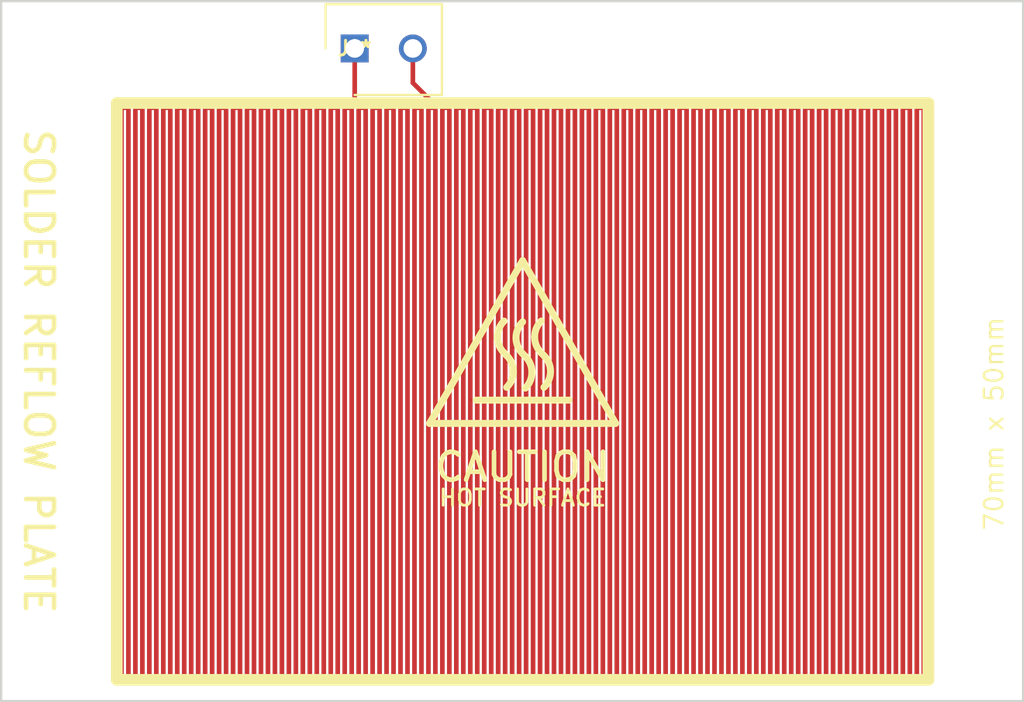
<source format=kicad_pcb>
(kicad_pcb (version 20211014) (generator pcbnew)
  (layers (0 "F.Cu" signal) (31 "B.Cu" signal) (34 "B.Paste" user) (35 "F.Paste" user) (36 "B.SilkS" user "B.Silkscreen") (37 "F.SilkS" user "F.Silkscreen") (38 "B.Mask" user) (39 "F.Mask" user) (44 "Edge.Cuts" user))
  (net 0 "")
  (footprint "AutoGenerated:MountingHole_3.20mm" (layer "F.Cu") (at 91.898 142.803)
    (fp_text reference "" (at 0 0) (layer "F.SilkS") (effects (font (size 1.27 1.27))))
    (fp_text value "" (at 0 0) (layer "F.SilkS") (effects (font (size 1.27 1.27))))
    (pad "" np_thru_hole circle locked (at 0 0) (size 3.2 3.2) (drill 3.2) (layers *.Cu *.Mask))
  )
  (footprint "AutoGenerated:MountingHole_3.20mm" (layer "F.Cu") (at 11.898 90.551)
    (fp_text reference "" (at 0 0) (layer "F.SilkS") (effects (font (size 1.27 1.27))))
    (fp_text value "" (at 0 0) (layer "F.SilkS") (effects (font (size 1.27 1.27))))
    (pad "" np_thru_hole circle locked (at 0 0) (size 3.2 3.2) (drill 3.2) (layers *.Cu *.Mask))
  )
  (footprint "AutoGenerated:MountingHole_3.20mm" (layer "F.Cu") (at 91.898 90.551)
    (fp_text reference "" (at 0 0) (layer "F.SilkS") (effects (font (size 1.27 1.27))))
    (fp_text value "" (at 0 0) (layer "F.SilkS") (effects (font (size 1.27 1.27))))
    (pad "" np_thru_hole circle locked (at 0 0) (size 3.2 3.2) (drill 3.2) (layers *.Cu *.Mask))
  )
  (footprint "library_manager:SHDR2W100P0X500_1X2_1000X780X1030P" (layer "F.Cu") (at 38.0238 90.424)
    (fp_text reference "J**" (at 0 0) (layer "F.SilkS") (effects (font (size 1.27 1.27) (thickness 0.254))))
    (fp_text value "SHDR2W100P0X500_1X2_1000X780X1030P" hide)
    (fp_line (start -2.5 -3.8) (end -2.5 0) (layer "F.SilkS") (width 0.2))
    (fp_line (start 0 4) (end 7.5 4) (layer "F.SilkS") (width 0.2))
    (fp_line (start 7.5 -3.8) (end -2.5 -3.8) (layer "F.SilkS") (width 0.2))
    (fp_line (start 7.5 4) (end 7.5 -3.8) (layer "F.SilkS") (width 0.2))
    (pad "1" thru_hole rect locked (at 0 0) (size 2.4 2.4) (drill 1.6) (layers *.Cu *.Mask))
    (pad "2" thru_hole circle locked (at 5 0) (size 2.4 2.4) (drill 1.6) (layers *.Cu *.Mask))
  )
  (footprint "AutoGenerated:MountingHole_3.20mm" (layer "F.Cu") (at 11.898 142.803)
    (fp_text reference "" (at 0 0) (layer "F.SilkS") (effects (font (size 1.27 1.27))))
    (fp_text value "" (at 0 0) (layer "F.SilkS") (effects (font (size 1.27 1.27))))
    (pad "" np_thru_hole circle locked (at 0 0) (size 3.2 3.2) (drill 3.2) (layers *.Cu *.Mask))
  )
  (gr_line (start 87.3632 144.7216) (end 87.3632 95.1216) (layer "F.SilkS") (width 1))
  (gr_arc (start 53.2632 118.2716) (mid 53.116211 119.010562) (end 52.697623 119.637023) (layer "F.SilkS") (width 0.6))
  (gr_line (start 44.4632 122.6716) (end 60.4632 122.6716) (layer "F.SilkS") (width 0.6))
  (gr_arc (start 50.8632 116.6026) (mid 50.444818 115.97595) (end 50.298091 115.236893) (layer "F.SilkS") (width 0.6))
  (gr_arc (start 52.6972 116.9056) (mid 53.116041 117.531944) (end 53.263309 118.270893) (layer "F.SilkS") (width 0.6))
  (gr_arc (start 51.0972 116.8376) (mid 51.515658 117.463867) (end 51.662602 118.2026) (layer "F.SilkS") (width 0.6))
  (gr_arc (start 52.4632 116.6716) (mid 52.044435 116.044874) (end 51.897384 115.3056) (layer "F.SilkS") (width 0.6))
  (gr_arc (start 54.2972 116.8376) (mid 54.715658 117.463867) (end 54.862602 118.2026) (layer "F.SilkS") (width 0.6))
  (gr_arc (start 50.2972 115.2376) (mid 50.444265 114.498256) (end 50.86307 113.87147) (layer "F.SilkS") (width 0.6))
  (gr_line (start 50.8632 116.6026) (end 51.0972 116.8376) (layer "F.SilkS") (width 0.6))
  (gr_line (start 87.3632 144.7216) (end 17.5632 144.7216) (layer "F.SilkS") (width 1))
  (gr_arc (start 51.8972 115.3056) (mid 52.044265 114.566256) (end 52.46307 113.93947) (layer "F.SilkS") (width 0.6))
  (gr_line (start 54.0632 116.6026) (end 54.2972 116.8376) (layer "F.SilkS") (width 0.6))
  (gr_line (start 52.4632 108.6716) (end 60.4632 122.6716) (layer "F.SilkS") (width 0.6))
  (gr_line (start 44.4632 122.6716) (end 52.4632 108.6716) (layer "F.SilkS") (width 0.6))
  (gr_arc (start 54.8632 118.2026) (mid 54.716211 118.941562) (end 54.297623 119.568023) (layer "F.SilkS") (width 0.6))
  (gr_arc (start 51.6632 118.2026) (mid 51.516211 118.941562) (end 51.097623 119.568023) (layer "F.SilkS") (width 0.6))
  (gr_line (start 17.5632 95.1216) (end 87.3632 95.1216) (layer "F.SilkS") (width 1))
  (gr_line (start 52.4632 116.6716) (end 52.6972 116.9056) (layer "F.SilkS") (width 0.6))
  (gr_arc (start 54.0632 116.6026) (mid 53.644818 115.97595) (end 53.498091 115.236893) (layer "F.SilkS") (width 0.6))
  (gr_line (start 17.5632 95.1216) (end 17.5632 144.7216) (layer "F.SilkS") (width 1))
  (gr_line (start 48.4632 120.6716) (end 56.4632 120.6716) (layer "F.SilkS") (width 0.6))
  (gr_arc (start 53.4972 115.2376) (mid 53.644265 114.498256) (end 54.06307 113.87147) (layer "F.SilkS") (width 0.6))
  (gr_rect (start 7.62 86.36) (end 95.504 146.558) (layer "Edge.Cuts") (width 0.2) (fill none))
  (gr_text "CAUTION" (at 52.4632 126.4216) (layer "F.SilkS") (effects (font (size 2.4 2.4) (thickness 0.4))))
  (gr_text "HOT SURFACE" (at 52.4632 129.0716) (layer "F.SilkS") (effects (font (size 1.4 1.4) (thickness 0.24))))
  (gr_text "70mm x 50mm" (at 92.998 132.003 90) (layer "F.SilkS") (effects (font (size 1.6 1.6) (thickness 0.2)) (justify left)))
  (gr_text "SOLDER REFLOW PLATE" (at 10.853 97.142 -90) (layer "F.SilkS") (effects (font (size 2.4 2.4) (thickness 0.4)) (justify left)))
  (segment (start 66.5632 144.9216) (end 66.5632 95.5216) (width 0.4) (layer "F.Cu") (net 0))
  (segment (start 64.7632 95.5216) (end 64.7632 144.9216) (width 0.4) (layer "F.Cu") (net 0))
  (segment (start 63.5632 144.9216) (end 62.9632 144.9216) (width 0.4) (layer "F.Cu") (net 0))
  (segment (start 26.3632 95.5216) (end 26.3632 144.9216) (width 0.4) (layer "F.Cu") (net 0))
  (segment (start 23.9632 144.9216) (end 23.3632 144.9216) (width 0.4) (layer "F.Cu") (net 0))
  (segment (start 20.3632 95.5216) (end 20.3632 144.9216) (width 0.4) (layer "F.Cu") (net 0))
  (segment (start 39.5632 144.9216) (end 38.9632 144.9216) (width 0.4) (layer "F.Cu") (net 0))
  (segment (start 64.1632 95.5216) (end 63.5632 95.5216) (width 0.4) (layer "F.Cu") (net 0))
  (segment (start 43.0238 93.3822) (end 44.5632 94.9216) (width 0.4) (layer "F.Cu") (net 0))
  (segment (start 81.5632 95.5216) (end 81.5632 144.9216) (width 0.4) (layer "F.Cu") (net 0))
  (segment (start 83.9632 95.5216) (end 83.9632 144.9216) (width 0.4) (layer "F.Cu") (net 0))
  (segment (start 44.9632 95.5216) (end 44.3632 95.5216) (width 0.4) (layer "F.Cu") (net 0))
  (segment (start 53.9632 144.9216) (end 53.3632 144.9216) (width 0.4) (layer "F.Cu") (net 0))
  (segment (start 62.3632 144.9216) (end 61.7632 144.9216) (width 0.4) (layer "F.Cu") (net 0))
  (segment (start 68.9632 95.5216) (end 68.3632 95.5216) (width 0.4) (layer "F.Cu") (net 0))
  (segment (start 71.3632 144.9216) (end 71.3632 95.5216) (width 0.4) (layer "F.Cu") (net 0))
  (segment (start 77.9632 95.5216) (end 77.9632 144.9216) (width 0.4) (layer "F.Cu") (net 0))
  (segment (start 19.1632 144.9216) (end 18.5632 144.9216) (width 0.4) (layer "F.Cu") (net 0))
  (segment (start 52.1632 144.9216) (end 52.1632 95.5216) (width 0.4) (layer "F.Cu") (net 0))
  (segment (start 74.9632 144.9216) (end 74.9632 95.5216) (width 0.4) (layer "F.Cu") (net 0))
  (segment (start 26.3632 144.9216) (end 25.7632 144.9216) (width 0.4) (layer "F.Cu") (net 0))
  (segment (start 19.1632 95.5216) (end 19.1632 144.9216) (width 0.4) (layer "F.Cu") (net 0))
  (segment (start 65.3632 144.9216) (end 65.3632 95.5216) (width 0.4) (layer "F.Cu") (net 0))
  (segment (start 62.9632 95.5216) (end 62.3632 95.5216) (width 0.4) (layer "F.Cu") (net 0))
  (segment (start 68.3632 95.5216) (end 68.3632 144.9216) (width 0.4) (layer "F.Cu") (net 0))
  (segment (start 80.3632 144.9216) (end 79.7632 144.9216) (width 0.4) (layer "F.Cu") (net 0))
  (segment (start 76.7632 95.5216) (end 76.7632 144.9216) (width 0.4) (layer "F.Cu") (net 0))
  (segment (start 68.9632 144.9216) (end 68.9632 95.5216) (width 0.4) (layer "F.Cu") (net 0))
  (segment (start 67.1632 144.9216) (end 66.5632 144.9216) (width 0.4) (layer "F.Cu") (net 0))
  (segment (start 56.3632 95.5216) (end 56.3632 144.9216) (width 0.4) (layer "F.Cu") (net 0))
  (segment (start 43.7632 95.5216) (end 43.1632 95.5216) (width 0.4) (layer "F.Cu") (net 0))
  (segment (start 41.9632 95.5216) (end 41.9632 144.9216) (width 0.4) (layer "F.Cu") (net 0))
  (segment (start 73.1632 144.9216) (end 72.5632 144.9216) (width 0.4) (layer "F.Cu") (net 0))
  (segment (start 76.1632 95.5216) (end 75.5632 95.5216) (width 0.4) (layer "F.Cu") (net 0))
  (segment (start 77.3632 144.9216) (end 77.3632 95.5216) (width 0.4) (layer "F.Cu") (net 0))
  (segment (start 70.1632 144.9216) (end 70.1632 95.5216) (width 0.4) (layer "F.Cu") (net 0))
  (segment (start 82.1632 144.9216) (end 82.1632 95.5216) (width 0.4) (layer "F.Cu") (net 0))
  (segment (start 72.5632 144.9216) (end 72.5632 95.5216) (width 0.4) (layer "F.Cu") (net 0))
  (segment (start 40.1632 95.5216) (end 39.5632 95.5216) (width 0.4) (layer "F.Cu") (net 0))
  (segment (start 73.7632 95.5216) (end 73.1632 95.5216) (width 0.4) (layer "F.Cu") (net 0))
  (segment (start 77.3632 95.5216) (end 76.7632 95.5216) (width 0.4) (layer "F.Cu") (net 0))
  (segment (start 48.5632 144.9216) (end 48.5632 95.5216) (width 0.4) (layer "F.Cu") (net 0))
  (segment (start 67.1632 95.5216) (end 67.1632 144.9216) (width 0.4) (layer "F.Cu") (net 0))
  (segment (start 22.7632 95.5216) (end 22.7632 144.9216) (width 0.4) (layer "F.Cu") (net 0))
  (segment (start 49.1632 95.5216) (end 49.1632 144.9216) (width 0.4) (layer "F.Cu") (net 0))
  (segment (start 17.3632 94.9216) (end 38.022 94.9216) (width 0.4) (layer "F.Cu") (net 0))
  (segment (start 47.3632 95.5216) (end 46.7632 95.5216) (width 0.4) (layer "F.Cu") (net 0))
  (segment (start 38.9632 95.5216) (end 38.3632 95.5216) (width 0.4) (layer "F.Cu") (net 0))
  (segment (start 31.7632 95.5216) (end 31.1632 95.5216) (width 0.4) (layer "F.Cu") (net 0))
  (segment (start 34.7632 95.5216) (end 34.7632 144.9216) (width 0.4) (layer "F.Cu") (net 0))
  (segment (start 68.3632 144.9216) (end 67.7632 144.9216) (width 0.4) (layer "F.Cu") (net 0))
  (segment (start 85.7632 144.9216) (end 85.7632 95.5216) (width 0.4) (layer "F.Cu") (net 0))
  (segment (start 40.7632 144.9216) (end 40.1632 144.9216) (width 0.4) (layer "F.Cu") (net 0))
  (segment (start 37.1632 144.9216) (end 36.5632 144.9216) (width 0.4) (layer "F.Cu") (net 0))
  (segment (start 41.3632 144.9216) (end 41.3632 95.5216) (width 0.4) (layer "F.Cu") (net 0))
  (segment (start 25.7632 144.9216) (end 25.7632 95.5216) (width 0.4) (layer "F.Cu") (net 0))
  (segment (start 33.5632 144.9216) (end 32.9632 144.9216) (width 0.4) (layer "F.Cu") (net 0))
  (segment (start 62.9632 144.9216) (end 62.9632 95.5216) (width 0.4) (layer "F.Cu") (net 0))
  (segment (start 56.9632 95.5216) (end 56.3632 95.5216) (width 0.4) (layer "F.Cu") (net 0))
  (segment (start 17.3632 144.9216) (end 17.3632 94.9216) (width 0.4) (layer "F.Cu") (net 0))
  (segment (start 80.9632 95.5216) (end 80.3632 95.5216) (width 0.4) (layer "F.Cu") (net 0))
  (segment (start 75.5632 144.9216) (end 74.9632 144.9216) (width 0.4) (layer "F.Cu") (net 0))
  (segment (start 44.5632 94.9216) (end 87.5632 94.9216) (width 0.4) (layer "F.Cu") (net 0))
  (segment (start 78.5632 95.5216) (end 77.9632 95.5216) (width 0.4) (layer "F.Cu") (net 0))
  (segment (start 29.3632 144.9216) (end 29.3632 95.5216) (width 0.4) (layer "F.Cu") (net 0))
  (segment (start 87.5632 144.9216) (end 86.9632 144.9216) (width 0.4) (layer "F.Cu") (net 0))
  (segment (start 64.1632 144.9216) (end 64.1632 95.5216) (width 0.4) (layer "F.Cu") (net 0))
  (segment (start 23.3632 95.5216) (end 22.7632 95.5216) (width 0.4) (layer "F.Cu") (net 0))
  (segment (start 41.9632 144.9216) (end 41.3632 144.9216) (width 0.4) (layer "F.Cu") (net 0))
  (segment (start 44.9632 144.9216) (end 44.9632 95.5216) (width 0.4) (layer "F.Cu") (net 0))
  (segment (start 38.3632 144.9216) (end 37.7632 144.9216) (width 0.4) (layer "F.Cu") (net 0))
  (segment (start 67.7632 95.5216) (end 67.1632 95.5216) (width 0.4) (layer "F.Cu") (net 0))
  (segment (start 83.3632 144.9216) (end 83.3632 95.5216) (width 0.4) (layer "F.Cu") (net 0))
  (segment (start 82.1632 95.5216) (end 81.5632 95.5216) (width 0.4) (layer "F.Cu") (net 0))
  (segment (start 59.9632 144.9216) (end 59.3632 144.9216) (width 0.4) (layer "F.Cu") (net 0))
  (segment (start 47.9632 95.5216) (end 47.9632 144.9216) (width 0.4) (layer "F.Cu") (net 0))
  (segment (start 32.9632 144.9216) (end 32.9632 95.5216) (width 0.4) (layer "F.Cu") (net 0))
  (segment (start 84.5632 144.9216) (end 84.5632 95.5216) (width 0.4) (layer "F.Cu") (net 0))
  (segment (start 63.5632 95.5216) (end 63.5632 144.9216) (width 0.4) (layer "F.Cu") (net 0))
  (segment (start 70.7632 144.9216) (end 70.1632 144.9216) (width 0.4) (layer "F.Cu") (net 0))
  (segment (start 25.7632 95.5216) (end 25.1632 95.5216) (width 0.4) (layer "F.Cu") (net 0))
  (segment (start 62.3632 95.5216) (end 62.3632 144.9216) (width 0.4) (layer "F.Cu") (net 0))
  (segment (start 43.1632 95.5216) (end 43.1632 144.9216) (width 0.4) (layer "F.Cu") (net 0))
  (segment (start 46.1632 95.5216) (end 45.5632 95.5216) (width 0.4) (layer "F.Cu") (net 0))
  (segment (start 41.3632 95.5216) (end 40.7632 95.5216) (width 0.4) (layer "F.Cu") (net 0))
  (segment (start 85.7632 95.5216) (end 85.1632 95.5216) (width 0.4) (layer "F.Cu") (net 0))
  (segment (start 69.5632 95.5216) (end 69.5632 144.9216) (width 0.4) (layer "F.Cu") (net 0))
  (segment (start 42.5632 95.5216) (end 41.9632 95.5216) (width 0.4) (layer "F.Cu") (net 0))
  (segment (start 59.3632 95.5216) (end 58.7632 95.5216) (width 0.4) (layer "F.Cu") (net 0))
  (segment (start 45.5632 95.5216) (end 45.5632 144.9216) (width 0.4) (layer "F.Cu") (net 0))
  (segment (start 32.3632 95.5216) (end 32.3632 144.9216) (width 0.4) (layer "F.Cu") (net 0))
  (segment (start 24.5632 144.9216) (end 24.5632 95.5216) (width 0.4) (layer "F.Cu") (net 0))
  (segment (start 26.9632 95.5216) (end 26.3632 95.5216) (width 0.4) (layer "F.Cu") (net 0))
  (segment (start 61.7632 95.5216) (end 61.1632 95.5216) (width 0.4) (layer "F.Cu") (net 0))
  (segment (start 32.3632 144.9216) (end 31.7632 144.9216) (width 0.4) (layer "F.Cu") (net 0))
  (segment (start 85.1632 95.5216) (end 85.1632 144.9216) (width 0.4) (layer "F.Cu") (net 0))
  (segment (start 29.9632 95.5216) (end 29.9632 144.9216) (width 0.4) (layer "F.Cu") (net 0))
  (segment (start 51.5632 144.9216) (end 50.9632 144.9216) (width 0.4) (layer "F.Cu") (net 0))
  (segment (start 46.1632 144.9216) (end 46.1632 95.5216) (width 0.4) (layer "F.Cu") (net 0))
  (segment (start 42.5632 144.9216) (end 42.5632 95.5216) (width 0.4) (layer "F.Cu") (net 0))
  (segment (start 22.1632 95.5216) (end 21.5632 95.5216) (width 0.4) (layer "F.Cu") (net 0))
  (segment (start 29.3632 95.5216) (end 28.7632 95.5216) (width 0.4) (layer "F.Cu") (net 0))
  (segment (start 33.5632 95.5216) (end 33.5632 144.9216) (width 0.4) (layer "F.Cu") (net 0))
  (segment (start 45.5632 144.9216) (end 44.9632 144.9216) (width 0.4) (layer "F.Cu") (net 0))
  (segment (start 54.5632 95.5216) (end 53.9632 95.5216) (width 0.4) (layer "F.Cu") (net 0))
  (segment (start 55.1632 95.5216) (end 55.1632 144.9216) (width 0.4) (layer "F.Cu") (net 0))
  (segment (start 55.7632 95.5216) (end 55.1632 95.5216) (width 0.4) (layer "F.Cu") (net 0))
  (segment (start 50.3632 144.9216) (end 49.7632 144.9216) (width 0.4) (layer "F.Cu") (net 0))
  (segment (start 84.5632 95.5216) (end 83.9632 95.5216) (width 0.4) (layer "F.Cu") (net 0))
  (segment (start 82.7632 144.9216) (end 82.1632 144.9216) (width 0.4) (layer "F.Cu") (net 0))
  (segment (start 76.1632 144.9216) (end 76.1632 95.5216) (width 0.4) (layer "F.Cu") (net 0))
  (segment (start 36.5632 95.5216) (end 35.9632 95.5216) (width 0.4) (layer "F.Cu") (net 0))
  (segment (start 27.5632 144.9216) (end 26.9632 144.9216) (width 0.4) (layer "F.Cu") (net 0))
  (segment (start 58.1632 95.5216) (end 57.5632 95.5216) (width 0.4) (layer "F.Cu") (net 0))
  (segment (start 52.7632 144.9216) (end 52.1632 144.9216) (width 0.4) (layer "F.Cu") (net 0))
  (segment (start 52.1632 95.5216) (end 51.5632 95.5216) (width 0.4) (layer "F.Cu") (net 0))
  (segment (start 21.5632 95.5216) (end 21.5632 144.9216) (width 0.4) (layer "F.Cu") (net 0))
  (segment (start 49.7632 144.9216) (end 49.7632 95.5216) (width 0.4) (layer "F.Cu") (net 0))
  (segment (start 59.3632 144.9216) (end 59.3632 95.5216) (width 0.4) (layer "F.Cu") (net 0))
  (segment (start 20.9632 95.5216) (end 20.3632 95.5216) (width 0.4) (layer "F.Cu") (net 0))
  (segment (start 46.7632 144.9216) (end 46.1632 144.9216) (width 0.4) (layer "F.Cu") (net 0))
  (segment (start 66.5632 95.5216) (end 65.9632 95.5216) (width 0.4) (layer "F.Cu") (net 0))
  (segment (start 36.5632 144.9216) (end 36.5632 95.5216) (width 0.4) (layer "F.Cu") (net 0))
  (segment (start 87.5632 94.9216) (end 87.5632 144.9216) (width 0.4) (layer "F.Cu") (net 0))
  (segment (start 72.5632 95.5216) (end 71.9632 95.5216) (width 0.4) (layer "F.Cu") (net 0))
  (segment (start 28.1632 95.5216) (end 27.5632 95.5216) (width 0.4) (layer "F.Cu") (net 0))
  (segment (start 69.5632 144.9216) (end 68.9632 144.9216) (width 0.4) (layer "F.Cu") (net 0))
  (segment (start 61.7632 144.9216) (end 61.7632 95.5216) (width 0.4) (layer "F.Cu") (net 0))
  (segment (start 52.7632 95.5216) (end 52.7632 144.9216) (width 0.4) (layer "F.Cu") (net 0))
  (segment (start 32.9632 95.5216) (end 32.3632 95.5216) (width 0.4) (layer "F.Cu") (net 0))
  (segment (start 47.3632 144.9216) (end 47.3632 95.5216) (width 0.4) (layer "F.Cu") (net 0))
  (segment (start 58.7632 95.5216) (end 58.7632 144.9216) (width 0.4) (layer "F.Cu") (net 0))
  (segment (start 57.5632 95.5216) (end 57.5632 144.9216) (width 0.4) (layer "F.Cu") (net 0))
  (segment (start 34.7632 144.9216) (end 34.1632 144.9216) (width 0.4) (layer "F.Cu") (net 0))
  (segment (start 76.7632 144.9216) (end 76.1632 144.9216) (width 0.4) (layer "F.Cu") (net 0))
  (segment (start 28.7632 144.9216) (end 28.1632 144.9216) (width 0.4) (layer "F.Cu") (net 0))
  (segment (start 25.1632 144.9216) (end 24.5632 144.9216) (width 0.4) (layer "F.Cu") (net 0))
  (segment (start 39.5632 95.5216) (end 39.5632 144.9216) (width 0.4) (layer "F.Cu") (net 0))
  (segment (start 22.1632 144.9216) (end 22.1632 95.5216) (width 0.4) (layer "F.Cu") (net 0))
  (segment (start 22.7632 144.9216) (end 22.1632 144.9216) (width 0.4) (layer "F.Cu") (net 0))
  (segment (start 18.5632 144.9216) (end 18.5632 95.5216) (width 0.4) (layer "F.Cu") (net 0))
  (segment (start 74.9632 95.5216) (end 74.3632 95.5216) (width 0.4) (layer "F.Cu") (net 0))
  (segment (start 53.3632 95.5216) (end 52.7632 95.5216) (width 0.4) (layer "F.Cu") (net 0))
  (segment (start 27.5632 95.5216) (end 27.5632 144.9216) (width 0.4) (layer "F.Cu") (net 0))
  (segment (start 86.3632 95.5216) (end 86.3632 144.9216) (width 0.4) (layer "F.Cu") (net 0))
  (segment (start 38.3632 95.5216) (end 38.3632 144.9216) (width 0.4) (layer "F.Cu") (net 0))
  (segment (start 50.9632 95.5216) (end 50.3632 95.5216) (width 0.4) (layer "F.Cu") (net 0))
  (segment (start 43.7632 144.9216) (end 43.7632 95.5216) (width 0.4) (layer "F.Cu") (net 0))
  (segment (start 61.1632 144.9216) (end 60.5632 144.9216) (width 0.4) (layer "F.Cu") (net 0))
  (segment (start 57.5632 144.9216) (end 56.9632 144.9216) (width 0.4) (layer "F.Cu") (net 0))
  (segment (start 80.3632 95.5216) (end 80.3632 144.9216) (width 0.4) (layer "F.Cu") (net 0))
  (segment (start 74.3632 95.5216) (end 74.3632 144.9216) (width 0.4) (layer "F.Cu") (net 0))
  (segment (start 64.7632 144.9216) (end 64.1632 144.9216) (width 0.4) (layer "F.Cu") (net 0))
  (segment (start 58.7632 144.9216) (end 58.1632 144.9216) (width 0.4) (layer "F.Cu") (net 0))
  (segment (start 35.3632 144.9216) (end 35.3632 95.5216) (width 0.4) (layer "F.Cu") (net 0))
  (segment (start 48.5632 95.5216) (end 47.9632 95.5216) (width 0.4) (layer "F.Cu") (net 0))
  (segment (start 44.3632 144.9216) (end 43.7632 144.9216) (width 0.4) (layer "F.Cu") (net 0))
  (segment (start 73.7632 144.9216) (end 73.7632 95.5216) (width 0.4) (layer "F.Cu") (net 0))
  (segment (start 79.7632 95.5216) (end 79.1632 95.5216) (width 0.4) (layer "F.Cu") (net 0))
  (segment (start 23.9632 95.5216) (end 23.9632 144.9216) (width 0.4) (layer "F.Cu") (net 0))
  (segment (start 58.1632 144.9216) (end 58.1632 95.5216) (width 0.4) (layer "F.Cu") (net 0))
  (segment (start 34.1632 144.9216) (end 34.1632 95.5216) (width 0.4) (layer "F.Cu") (net 0))
  (segment (start 43.0238 90.424) (end 43.0238 93.3822) (width 0.4) (layer "F.Cu") (net 0))
  (segment (start 37.7632 95.5216) (end 37.1632 95.5216) (width 0.4) (layer "F.Cu") (net 0))
  (segment (start 35.9632 144.9216) (end 35.3632 144.9216) (width 0.4) (layer "F.Cu") (net 0))
  (segment (start 55.1632 144.9216) (end 54.5632 144.9216) (width 0.4) (layer "F.Cu") (net 0))
  (segment (start 71.3632 95.5216) (end 70.7632 95.5216) (width 0.4) (layer "F.Cu") (net 0))
  (segment (start 21.5632 144.9216) (end 20.9632 144.9216) (width 0.4) (layer "F.Cu") (net 0))
  (segment (start 86.9632 95.5216) (end 86.3632 95.5216) (width 0.4) (layer "F.Cu") (net 0))
  (segment (start 43.1632 144.9216) (end 42.5632 144.9216) (width 0.4) (layer "F.Cu") (net 0))
  (segment (start 17.9632 144.9216) (end 17.3632 144.9216) (width 0.4) (layer "F.Cu") (net 0))
  (segment (start 67.7632 144.9216) (end 67.7632 95.5216) (width 0.4) (layer "F.Cu") (net 0))
  (segment (start 65.3632 95.5216) (end 64.7632 95.5216) (width 0.4) (layer "F.Cu") (net 0))
  (segment (start 34.1632 95.5216) (end 33.5632 95.5216) (width 0.4) (layer "F.Cu") (net 0))
  (segment (start 81.5632 144.9216) (end 80.9632 144.9216) (width 0.4) (layer "F.Cu") (net 0))
  (segment (start 38.022 94.9216) (end 38.0238 94.9198) (width 0.4) (layer "F.Cu") (net 0))
  (segment (start 59.9632 95.5216) (end 59.9632 144.9216) (width 0.4) (layer "F.Cu") (net 0))
  (segment (start 60.5632 95.5216) (end 59.9632 95.5216) (width 0.4) (layer "F.Cu") (net 0))
  (segment (start 77.9632 144.9216) (end 77.3632 144.9216) (width 0.4) (layer "F.Cu") (net 0))
  (segment (start 74.3632 144.9216) (end 73.7632 144.9216) (width 0.4) (layer "F.Cu") (net 0))
  (segment (start 31.1632 95.5216) (end 31.1632 144.9216) (width 0.4) (layer "F.Cu") (net 0))
  (segment (start 70.7632 95.5216) (end 70.7632 144.9216) (width 0.4) (layer "F.Cu") (net 0))
  (segment (start 50.9632 144.9216) (end 50.9632 95.5216) (width 0.4) (layer "F.Cu") (net 0))
  (segment (start 44.3632 95.5216) (end 44.3632 144.9216) (width 0.4) (layer "F.Cu") (net 0))
  (segment (start 29.9632 144.9216) (end 29.3632 144.9216) (width 0.4) (layer "F.Cu") (net 0))
  (segment (start 71.9632 144.9216) (end 71.3632 144.9216) (width 0.4) (layer "F.Cu") (net 0))
  (segment (start 40.1632 144.9216) (end 40.1632 95.5216) (width 0.4) (layer "F.Cu") (net 0))
  (segment (start 83.9632 144.9216) (end 83.3632 144.9216) (width 0.4) (layer "F.Cu") (net 0))
  (segment (start 49.1632 144.9216) (end 48.5632 144.9216) (width 0.4) (layer "F.Cu") (net 0))
  (segment (start 31.7632 144.9216) (end 31.7632 95.5216) (width 0.4) (layer "F.Cu") (net 0))
  (segment (start 40.7632 95.5216) (end 40.7632 144.9216) (width 0.4) (layer "F.Cu") (net 0))
  (segment (start 46.7632 95.5216) (end 46.7632 144.9216) (width 0.4) (layer "F.Cu") (net 0))
  (segment (start 82.7632 95.5216) (end 82.7632 144.9216) (width 0.4) (layer "F.Cu") (net 0))
  (segment (start 19.7632 95.5216) (end 19.1632 95.5216) (width 0.4) (layer "F.Cu") (net 0))
  (segment (start 37.7632 144.9216) (end 37.7632 95.5216) (width 0.4) (layer "F.Cu") (net 0))
  (segment (start 35.3632 95.5216) (end 34.7632 95.5216) (width 0.4) (layer "F.Cu") (net 0))
  (segment (start 85.1632 144.9216) (end 84.5632 144.9216) (width 0.4) (layer "F.Cu") (net 0))
  (segment (start 65.9632 95.5216) (end 65.9632 144.9216) (width 0.4) (layer "F.Cu") (net 0))
  (segment (start 47.9632 144.9216) (end 47.3632 144.9216) (width 0.4) (layer "F.Cu") (net 0))
  (segment (start 56.9632 144.9216) (end 56.9632 95.5216) (width 0.4) (layer "F.Cu") (net 0))
  (segment (start 65.9632 144.9216) (end 65.3632 144.9216) (width 0.4) (layer "F.Cu") (net 0))
  (segment (start 71.9632 95.5216) (end 71.9632 144.9216) (width 0.4) (layer "F.Cu") (net 0))
  (segment (start 38.0238 94.9198) (end 38.0238 90.424) (width 0.4) (layer "F.Cu") (net 0))
  (segment (start 60.5632 144.9216) (end 60.5632 95.5216) (width 0.4) (layer "F.Cu") (net 0))
  (segment (start 55.7632 144.9216) (end 55.7632 95.5216) (width 0.4) (layer "F.Cu") (net 0))
  (segment (start 28.1632 144.9216) (end 28.1632 95.5216) (width 0.4) (layer "F.Cu") (net 0))
  (segment (start 53.3632 144.9216) (end 53.3632 95.5216) (width 0.4) (layer "F.Cu") (net 0))
  (segment (start 28.7632 95.5216) (end 28.7632 144.9216) (width 0.4) (layer "F.Cu") (net 0))
  (segment (start 37.1632 95.5216) (end 37.1632 144.9216) (width 0.4) (layer "F.Cu") (net 0))
  (segment (start 30.5632 95.5216) (end 29.9632 95.5216) (width 0.4) (layer "F.Cu") (net 0))
  (segment (start 23.3632 144.9216) (end 23.3632 95.5216) (width 0.4) (layer "F.Cu") (net 0))
  (segment (start 19.7632 144.9216) (end 19.7632 95.5216) (width 0.4) (layer "F.Cu") (net 0))
  (segment (start 86.3632 144.9216) (end 85.7632 144.9216) (width 0.4) (layer "F.Cu") (net 0))
  (segment (start 35.9632 95.5216) (end 35.9632 144.9216) (width 0.4) (layer "F.Cu") (net 0))
  (segment (start 49.7632 95.5216) (end 49.1632 95.5216) (width 0.4) (layer "F.Cu") (net 0))
  (segment (start 25.1632 95.5216) (end 25.1632 144.9216) (width 0.4) (layer "F.Cu") (net 0))
  (segment (start 24.5632 95.5216) (end 23.9632 95.5216) (width 0.4) (layer "F.Cu") (net 0))
  (segment (start 38.9632 144.9216) (end 38.9632 95.5216) (width 0.4) (layer "F.Cu") (net 0))
  (segment (start 31.1632 144.9216) (end 30.5632 144.9216) (width 0.4) (layer "F.Cu") (net 0))
  (segment (start 51.5632 95.5216) (end 51.5632 144.9216) (width 0.4) (layer "F.Cu") (net 0))
  (segment (start 50.3632 95.5216) (end 50.3632 144.9216) (width 0.4) (layer "F.Cu") (net 0))
  (segment (start 75.5632 95.5216) (end 75.5632 144.9216) (width 0.4) (layer "F.Cu") (net 0))
  (segment (start 83.3632 95.5216) (end 82.7632 95.5216) (width 0.4) (layer "F.Cu") (net 0))
  (segment (start 20.9632 144.9216) (end 20.9632 95.5216) (width 0.4) (layer "F.Cu") (net 0))
  (segment (start 73.1632 95.5216) (end 73.1632 144.9216) (width 0.4) (layer "F.Cu") (net 0))
  (segment (start 79.1632 144.9216) (end 78.5632 144.9216) (width 0.4) (layer "F.Cu") (net 0))
  (segment (start 53.9632 95.5216) (end 53.9632 144.9216) (width 0.4) (layer "F.Cu") (net 0))
  (segment (start 54.5632 144.9216) (end 54.5632 95.5216) (width 0.4) (layer "F.Cu") (net 0))
  (segment (start 79.1632 95.5216) (end 79.1632 144.9216) (width 0.4) (layer "F.Cu") (net 0))
  (segment (start 78.5632 144.9216) (end 78.5632 95.5216) (width 0.4) (layer "F.Cu") (net 0))
  (segment (start 56.3632 144.9216) (end 55.7632 144.9216) (width 0.4) (layer "F.Cu") (net 0))
  (segment (start 18.5632 95.5216) (end 17.9632 95.5216) (width 0.4) (layer "F.Cu") (net 0))
  (segment (start 86.9632 144.9216) (end 86.9632 95.5216) (width 0.4) (layer "F.Cu") (net 0))
  (segment (start 17.9632 95.5216) (end 17.9632 144.9216) (width 0.4) (layer "F.Cu") (net 0))
  (segment (start 61.1632 95.5216) (end 61.1632 144.9216) (width 0.4) (layer "F.Cu") (net 0))
  (segment (start 30.5632 144.9216) (end 30.5632 95.5216) (width 0.4) (layer "F.Cu") (net 0))
  (segment (start 26.9632 144.9216) (end 26.9632 95.5216) (width 0.4) (layer "F.Cu") (net 0))
  (segment (start 20.3632 144.9216) (end 19.7632 144.9216) (width 0.4) (layer "F.Cu") (net 0))
  (segment (start 79.7632 144.9216) (end 79.7632 95.5216) (width 0.4) (layer "F.Cu") (net 0))
  (segment (start 70.1632 95.5216) (end 69.5632 95.5216) (width 0.4) (layer "F.Cu") (net 0))
  (segment (start 80.9632 144.9216) (end 80.9632 95.5216) (width 0.4) (layer "F.Cu") (net 0))
)
</source>
